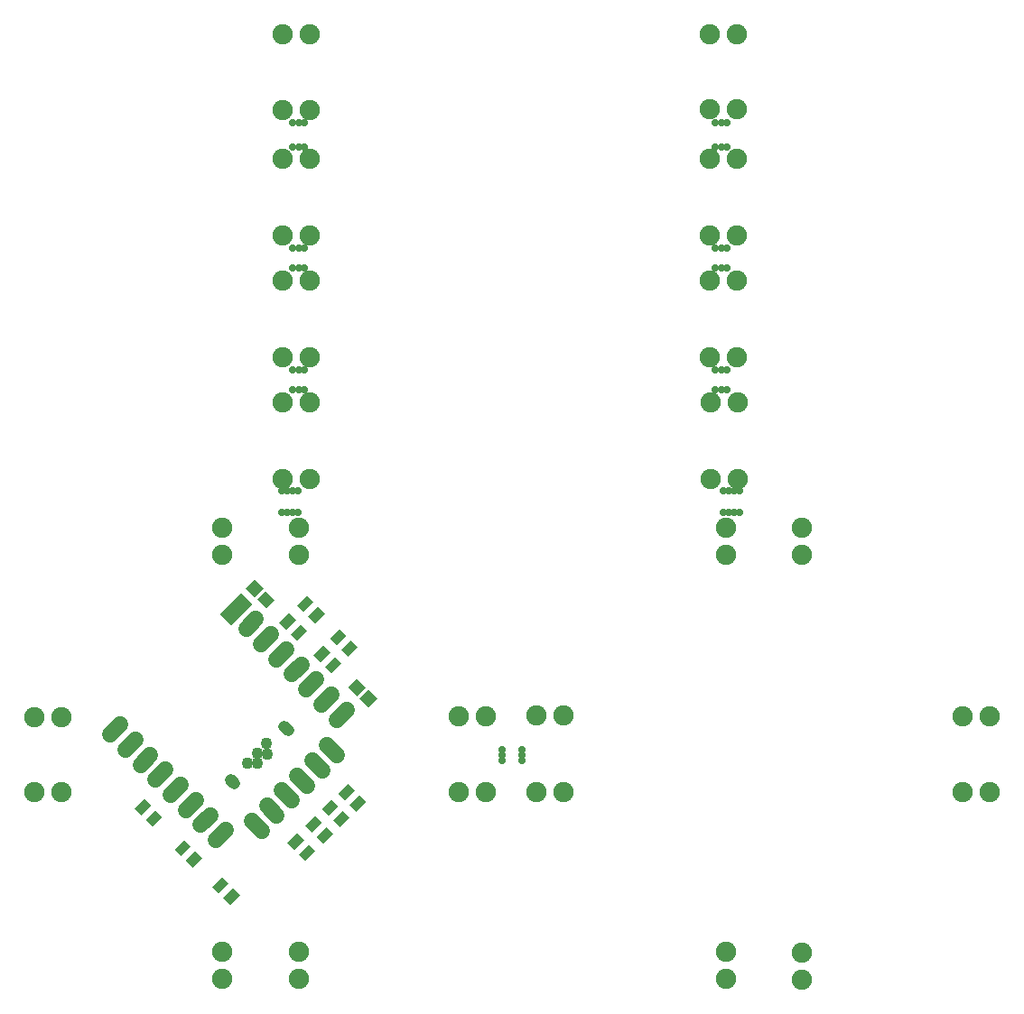
<source format=gbr>
G04 #@! TF.FileFunction,Soldermask,Bot*
%FSLAX46Y46*%
G04 Gerber Fmt 4.6, Leading zero omitted, Abs format (unit mm)*
G04 Created by KiCad (PCBNEW 4.1.0-alpha+201605262346+6832~44~ubuntu16.04.1-product) date Sun Jun 12 18:08:28 2016*
%MOMM*%
%LPD*%
G01*
G04 APERTURE LIST*
%ADD10C,0.100000*%
%ADD11C,1.900000*%
%ADD12C,1.100000*%
%ADD13C,1.100000*%
%ADD14C,1.500000*%
%ADD15C,0.700000*%
G04 APERTURE END LIST*
D10*
D11*
X102100000Y-126820000D03*
X102100000Y-124280000D03*
X109250000Y-126820000D03*
X109250000Y-124280000D03*
X109300000Y-164110000D03*
X109300000Y-166650000D03*
X102100000Y-164080000D03*
X102100000Y-166620000D03*
X87020000Y-149150000D03*
X84480000Y-149150000D03*
X87020000Y-142050000D03*
X84480000Y-142050000D03*
D12*
X107864186Y-142895559D02*
X108217740Y-143249113D01*
X102808373Y-147951373D02*
X103161927Y-148304927D01*
D13*
X104399717Y-146399627D03*
X105342644Y-145456700D03*
X106240669Y-144558675D03*
X105389313Y-146431093D03*
X106326229Y-145529532D03*
D11*
X110320000Y-119700000D03*
X107780000Y-119700000D03*
X110270000Y-108300000D03*
X107730000Y-108300000D03*
X110270000Y-101100000D03*
X107730000Y-101100000D03*
X110320000Y-112500000D03*
X107780000Y-112500000D03*
X110290000Y-96850000D03*
X107750000Y-96850000D03*
X110270000Y-85100000D03*
X107730000Y-85100000D03*
X110270000Y-77950000D03*
X107730000Y-77950000D03*
X110320000Y-89650000D03*
X107780000Y-89650000D03*
X150370000Y-85050000D03*
X147830000Y-85050000D03*
X150370000Y-77950000D03*
X147830000Y-77950000D03*
X150370000Y-96850000D03*
X147830000Y-96850000D03*
X150370000Y-89700000D03*
X147830000Y-89700000D03*
X150370000Y-101100000D03*
X147830000Y-101100000D03*
X150370000Y-108300000D03*
X147830000Y-108300000D03*
X150420000Y-119700000D03*
X147880000Y-119700000D03*
X150420000Y-112500000D03*
X147880000Y-112500000D03*
X124280000Y-149150000D03*
X126820000Y-149150000D03*
X149300000Y-166670000D03*
X149300000Y-164130000D03*
X156400000Y-166720000D03*
X156400000Y-164180000D03*
X124230000Y-142000000D03*
X126770000Y-142000000D03*
X131530000Y-149100000D03*
X134070000Y-149100000D03*
X131550000Y-141950000D03*
X134090000Y-141950000D03*
X174020000Y-149150000D03*
X171480000Y-149150000D03*
X174070000Y-142000000D03*
X171530000Y-142000000D03*
D10*
G36*
X113888820Y-139251992D02*
X114701992Y-138438820D01*
X115550520Y-139287348D01*
X114737348Y-140100520D01*
X113888820Y-139251992D01*
X113888820Y-139251992D01*
G37*
G36*
X114949480Y-140312652D02*
X115762652Y-139499480D01*
X116611180Y-140348008D01*
X115798008Y-141161180D01*
X114949480Y-140312652D01*
X114949480Y-140312652D01*
G37*
G36*
X104288820Y-129951992D02*
X105101992Y-129138820D01*
X105950520Y-129987348D01*
X105137348Y-130800520D01*
X104288820Y-129951992D01*
X104288820Y-129951992D01*
G37*
G36*
X105349480Y-131012652D02*
X106162652Y-130199480D01*
X107011180Y-131048008D01*
X106198008Y-131861180D01*
X105349480Y-131012652D01*
X105349480Y-131012652D01*
G37*
G36*
X100208147Y-155288909D02*
X99288909Y-156208147D01*
X98652513Y-155571751D01*
X99571751Y-154652513D01*
X100208147Y-155288909D01*
X100208147Y-155288909D01*
G37*
G36*
X99147487Y-154228249D02*
X98228249Y-155147487D01*
X97591853Y-154511091D01*
X98511091Y-153591853D01*
X99147487Y-154228249D01*
X99147487Y-154228249D01*
G37*
G36*
X107441853Y-133211091D02*
X108361091Y-132291853D01*
X108997487Y-132928249D01*
X108078249Y-133847487D01*
X107441853Y-133211091D01*
X107441853Y-133211091D01*
G37*
G36*
X108502513Y-134271751D02*
X109421751Y-133352513D01*
X110058147Y-133988909D01*
X109138909Y-134908147D01*
X108502513Y-134271751D01*
X108502513Y-134271751D01*
G37*
G36*
X109091853Y-131561091D02*
X110011091Y-130641853D01*
X110647487Y-131278249D01*
X109728249Y-132197487D01*
X109091853Y-131561091D01*
X109091853Y-131561091D01*
G37*
G36*
X110152513Y-132621751D02*
X111071751Y-131702513D01*
X111708147Y-132338909D01*
X110788909Y-133258147D01*
X110152513Y-132621751D01*
X110152513Y-132621751D01*
G37*
D14*
X112846302Y-145646800D02*
X111927064Y-144727562D01*
X111432088Y-147061014D02*
X110512850Y-146141776D01*
X110017874Y-148475227D02*
X109098636Y-147555989D01*
X108603661Y-149889441D02*
X107684423Y-148970203D01*
X107189447Y-151303654D02*
X106270209Y-150384416D01*
X105775234Y-152717868D02*
X104855996Y-151798630D01*
D10*
G36*
X103823619Y-130415720D02*
X104884280Y-131476381D01*
X102904381Y-133456280D01*
X101843720Y-132395619D01*
X103823619Y-130415720D01*
X103823619Y-130415720D01*
G37*
D14*
X105237833Y-132890595D02*
X104318595Y-133809833D01*
X106652046Y-134304808D02*
X105732808Y-135224046D01*
X108066260Y-135719022D02*
X107147022Y-136638260D01*
X109480473Y-137133235D02*
X108561235Y-138052473D01*
X110894687Y-138547449D02*
X109975449Y-139466687D01*
X112308900Y-139961662D02*
X111389662Y-140880900D01*
X113723114Y-141375876D02*
X112803876Y-142295114D01*
X102409405Y-152689584D02*
X101490167Y-153608822D01*
X100995192Y-151275371D02*
X100075954Y-152194609D01*
X99580978Y-149861157D02*
X98661740Y-150780395D01*
X98166765Y-148446944D02*
X97247527Y-149366182D01*
X96752551Y-147032730D02*
X95833313Y-147951968D01*
X95338338Y-145618517D02*
X94419100Y-146537755D01*
X93924124Y-144204303D02*
X93004886Y-145123541D01*
X92509911Y-142790089D02*
X91590673Y-143709327D01*
D10*
G36*
X113258147Y-137038909D02*
X112338909Y-137958147D01*
X111702513Y-137321751D01*
X112621751Y-136402513D01*
X113258147Y-137038909D01*
X113258147Y-137038909D01*
G37*
G36*
X112197487Y-135978249D02*
X111278249Y-136897487D01*
X110641853Y-136261091D01*
X111561091Y-135341853D01*
X112197487Y-135978249D01*
X112197487Y-135978249D01*
G37*
G36*
X96458147Y-151438909D02*
X95538909Y-152358147D01*
X94902513Y-151721751D01*
X95821751Y-150802513D01*
X96458147Y-151438909D01*
X96458147Y-151438909D01*
G37*
G36*
X95397487Y-150378249D02*
X94478249Y-151297487D01*
X93841853Y-150661091D01*
X94761091Y-149741853D01*
X95397487Y-150378249D01*
X95397487Y-150378249D01*
G37*
G36*
X112921853Y-149241091D02*
X113841091Y-148321853D01*
X114477487Y-148958249D01*
X113558249Y-149877487D01*
X112921853Y-149241091D01*
X112921853Y-149241091D01*
G37*
G36*
X113982513Y-150301751D02*
X114901751Y-149382513D01*
X115538147Y-150018909D01*
X114618909Y-150938147D01*
X113982513Y-150301751D01*
X113982513Y-150301751D01*
G37*
G36*
X108191853Y-153861091D02*
X109111091Y-152941853D01*
X109747487Y-153578249D01*
X108828249Y-154497487D01*
X108191853Y-153861091D01*
X108191853Y-153861091D01*
G37*
G36*
X109252513Y-154921751D02*
X110171751Y-154002513D01*
X110808147Y-154638909D01*
X109888909Y-155558147D01*
X109252513Y-154921751D01*
X109252513Y-154921751D01*
G37*
G36*
X111391853Y-150711091D02*
X112311091Y-149791853D01*
X112947487Y-150428249D01*
X112028249Y-151347487D01*
X111391853Y-150711091D01*
X111391853Y-150711091D01*
G37*
G36*
X112452513Y-151771751D02*
X113371751Y-150852513D01*
X114008147Y-151488909D01*
X113088909Y-152408147D01*
X112452513Y-151771751D01*
X112452513Y-151771751D01*
G37*
G36*
X112191853Y-134711091D02*
X113111091Y-133791853D01*
X113747487Y-134428249D01*
X112828249Y-135347487D01*
X112191853Y-134711091D01*
X112191853Y-134711091D01*
G37*
G36*
X113252513Y-135771751D02*
X114171751Y-134852513D01*
X114808147Y-135488909D01*
X113888909Y-136408147D01*
X113252513Y-135771751D01*
X113252513Y-135771751D01*
G37*
D11*
X156400000Y-124330000D03*
X156400000Y-126870000D03*
X149300000Y-124330000D03*
X149300000Y-126870000D03*
D10*
G36*
X109841853Y-152261091D02*
X110761091Y-151341853D01*
X111397487Y-151978249D01*
X110478249Y-152897487D01*
X109841853Y-152261091D01*
X109841853Y-152261091D01*
G37*
G36*
X110902513Y-153321751D02*
X111821751Y-152402513D01*
X112458147Y-153038909D01*
X111538909Y-153958147D01*
X110902513Y-153321751D01*
X110902513Y-153321751D01*
G37*
G36*
X101121853Y-157991091D02*
X102041091Y-157071853D01*
X102677487Y-157708249D01*
X101758249Y-158627487D01*
X101121853Y-157991091D01*
X101121853Y-157991091D01*
G37*
G36*
X102182513Y-159051751D02*
X103101751Y-158132513D01*
X103738147Y-158768909D01*
X102818909Y-159688147D01*
X102182513Y-159051751D01*
X102182513Y-159051751D01*
G37*
D15*
X108700000Y-120850000D03*
X109200000Y-120850000D03*
X108200000Y-120850000D03*
X107700000Y-120850000D03*
X149100000Y-120850000D03*
X149600000Y-120850000D03*
X150100000Y-120850000D03*
X150600000Y-120850000D03*
X149100000Y-122900000D03*
X149600000Y-122900000D03*
X150100000Y-122900000D03*
X150600000Y-122900000D03*
X107700000Y-122900000D03*
X108200000Y-122900000D03*
X108700000Y-122900000D03*
X109200000Y-122900000D03*
X108700000Y-111350000D03*
X109250000Y-111350000D03*
X109800000Y-111350000D03*
X108700000Y-109450000D03*
X109250000Y-109450000D03*
X109800000Y-109450000D03*
X108700000Y-99950000D03*
X109250000Y-99950000D03*
X109800000Y-99950000D03*
X108700000Y-98050000D03*
X109250000Y-98050000D03*
X109800000Y-98050000D03*
X109800000Y-88550000D03*
X109250000Y-88550000D03*
X108700000Y-88550000D03*
X109800000Y-86250000D03*
X109250000Y-86250000D03*
X108700000Y-86250000D03*
X149400000Y-86250000D03*
X148850000Y-86250000D03*
X148300000Y-86250000D03*
X149400000Y-88550000D03*
X148850000Y-88550000D03*
X148300000Y-88550000D03*
X149400000Y-98050000D03*
X148850000Y-98050000D03*
X148300000Y-98050000D03*
X149400000Y-99950000D03*
X148850000Y-99950000D03*
X148300000Y-99950000D03*
X149400000Y-109450000D03*
X148850000Y-109450000D03*
X148300000Y-109450000D03*
X149400000Y-111350000D03*
X148850000Y-111350000D03*
X148300000Y-111350000D03*
X130150000Y-145150000D03*
X130150000Y-145650000D03*
X130150000Y-146150000D03*
X128350000Y-145150000D03*
X128350000Y-145650000D03*
X128350000Y-146150000D03*
M02*

</source>
